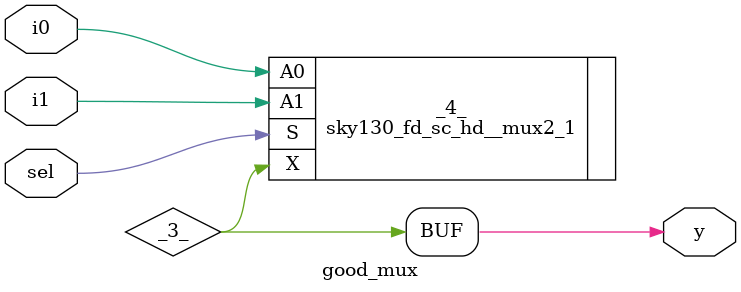
<source format=v>
/* Generated by Yosys 0.47+121 (git sha1 98b4affc4, g++ 13.2.0-23ubuntu4 -fPIC -O3) */

module good_mux(i0, i1, sel, y);
  wire _0_;
  wire _1_;
  wire _2_;
  wire _3_;
  input i0;
  wire i0;
  input i1;
  wire i1;
  input sel;
  wire sel;
  output y;
  wire y;
  sky130_fd_sc_hd__mux2_1 _4_ (
    .A0(_0_),
    .A1(_1_),
    .S(_2_),
    .X(_3_)
  );
  assign _0_ = i0;
  assign _1_ = i1;
  assign _2_ = sel;
  assign y = _3_;
endmodule

</source>
